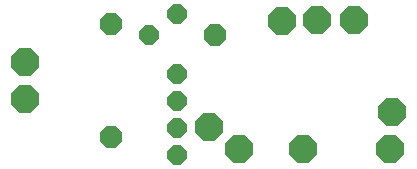
<source format=gbs>
G75*
G70*
%OFA0B0*%
%FSLAX24Y24*%
%IPPOS*%
%LPD*%
%AMOC8*
5,1,8,0,0,1.08239X$1,22.5*
%
%ADD10OC8,0.0640*%
%ADD11OC8,0.0710*%
%ADD12OC8,0.0930*%
D10*
X006193Y001536D03*
X006193Y002436D03*
X006193Y003336D03*
X006218Y004236D03*
X005268Y005511D03*
X006218Y006211D03*
D11*
X004018Y002136D03*
X007468Y005511D03*
X004018Y005886D03*
D12*
X001143Y004636D03*
X001143Y003386D03*
X007268Y002461D03*
X008268Y001711D03*
X010393Y001711D03*
X013318Y001711D03*
X013368Y002961D03*
X012093Y006036D03*
X010868Y006036D03*
X009718Y005986D03*
M02*

</source>
